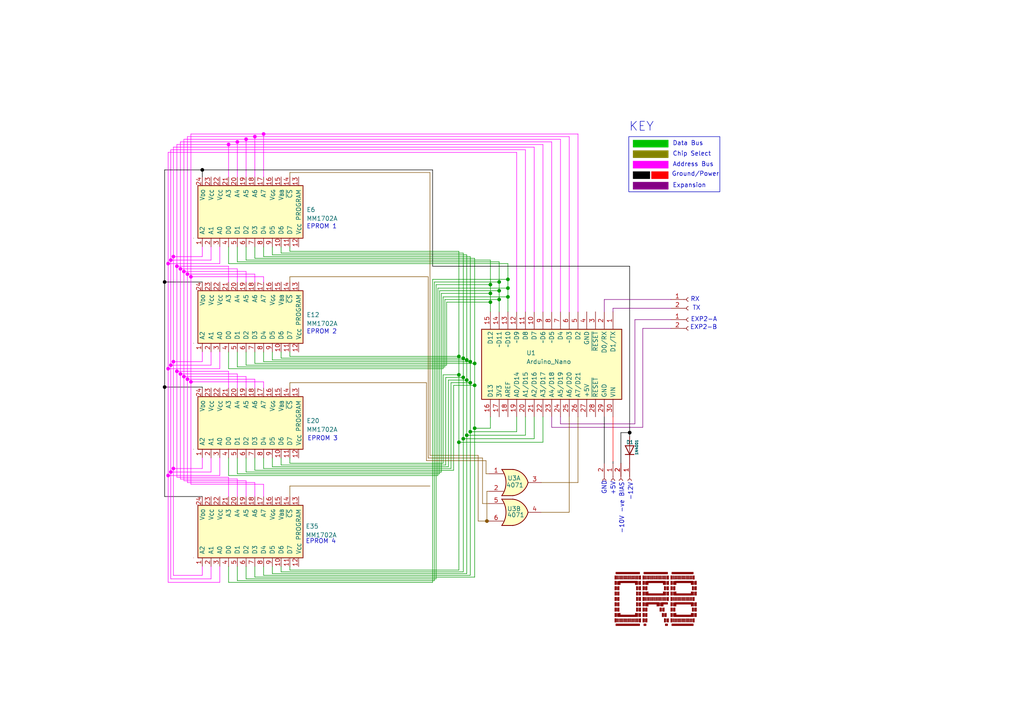
<source format=kicad_sch>
(kicad_sch (version 20230121) (generator eeschema)
  (paper "A4")
  (title_block (title "Project ORB") (date "2023-05-06") (rev "0.3"))
  (lib_symbols
    (symbol "Arduino:Arduino_Nano"
      (property "Reference" "U" (at -10.16 24.13 0))
      (property "Value" "Arduino_Nano" (at -10.16 22.86 0))
      (symbol "Arduino_Nano_1_1"
        (pin bidirectional line (at -15.24 17.78 0) (length 5.08) (name "D1/TX") (number "1"))
        (pin bidirectional line (at -15.24 -5.08 0) (length 5.08) (name "D7") (number "10"))
        (pin bidirectional line (at -15.24 -7.62 0) (length 5.08) (name "D8") (number "11"))
        (pin bidirectional line (at -15.24 -10.16 0) (length 5.08) (name "~D9") (number "12"))
        (pin bidirectional line (at -15.24 -12.7 0) (length 5.08) (name "~D10") (number "13"))
        (pin bidirectional line (at -15.24 -15.24 0) (length 5.08) (name "~D11") (number "14"))
        (pin bidirectional line (at -15.24 -17.78 0) (length 5.08) (name "D12") (number "15"))
        (pin bidirectional line (at 15.24 -17.78 180) (length 5.08) (name "D13") (number "16"))
        (pin power_out line (at 15.24 -15.24 180) (length 5.08) (name "3V3") (number "17"))
        (pin input line (at 15.24 -12.7 180) (length 5.08) (name "AREF") (number "18"))
        (pin bidirectional line (at 15.24 -10.16 180) (length 5.08) (name "A0/D14") (number "19"))
        (pin bidirectional line (at -15.24 15.24 0) (length 5.08) (name "D0/RX") (number "2"))
        (pin bidirectional line (at 15.24 -7.62 180) (length 5.08) (name "A1/D15") (number "20"))
        (pin bidirectional line (at 15.24 -5.08 180) (length 5.08) (name "A2/D16") (number "21"))
        (pin bidirectional line (at 15.24 -2.54 180) (length 5.08) (name "A3/D17") (number "22"))
        (pin bidirectional line (at 15.24 0 180) (length 5.08) (name "A4/D18") (number "23"))
        (pin bidirectional line (at 15.24 2.54 180) (length 5.08) (name "A5/D19") (number "24"))
        (pin bidirectional line (at 15.24 5.08 180) (length 5.08) (name "A6/D20") (number "25"))
        (pin bidirectional line (at 15.24 7.62 180) (length 5.08) (name "A7/D21") (number "26"))
        (pin power_out line (at 15.24 10.16 180) (length 5.08) (name "+5V") (number "27"))
        (pin input line (at 15.24 12.7 180) (length 5.08) (name "~{RESET}") (number "28"))
        (pin power_in line (at 15.24 15.24 180) (length 5.08) (name "GND") (number "29"))
        (pin input line (at -15.24 12.7 0) (length 5.08) (name "~{RESET}") (number "3"))
        (pin power_in line (at 15.24 17.78 180) (length 5.08) (name "VIN") (number "30"))
        (pin power_in line (at -15.24 10.16 0) (length 5.08) (name "GND") (number "4"))
        (pin bidirectional line (at -15.24 7.62 0) (length 5.08) (name "D2") (number "5"))
        (pin bidirectional line (at -15.24 5.08 0) (length 5.08) (name "~D3") (number "6"))
        (pin bidirectional line (at -15.24 2.54 0) (length 5.08) (name "D4") (number "7"))
        (pin bidirectional line (at -15.24 0 0) (length 5.08) (name "~D5") (number "8"))
        (pin bidirectional line (at -15.24 -2.54 0) (length 5.08) (name "~D6") (number "9"))
      )
    )
    (symbol "Connector:Conn_01x02_Socket" (pin_names (offset 1.016) hide)
      (property "Reference" "J" (at 0 2.54 0))
      (property "Value" "Conn_01x02_Socket" (at 0 -5.08 0))
      (symbol "Conn_01x02_Socket_1_1"
        (pin passive line (at -5.08 0 0) (length 3.81) (name "Pin_1") (number "1"))
        (pin passive line (at -5.08 -2.54 0) (length 3.81) (name "Pin_2") (number "2"))
      )
    )
    (symbol "Project-ORB:4071" (pin_names (offset 1.016))
      (property "Reference" "U" (at 0 1.27 0))
      (property "Value" "4071" (at 0 -1.27 0))
      (symbol "4071_1_1"
        (pin input line (at -7.62 2.54 0) (length 4.318) (name "~") (number "1"))
        (pin input line (at -7.62 -2.54 0) (length 4.318) (name "~") (number "2"))
        (pin output line (at 7.62 0 180) (length 3.81) (name "~") (number "3"))
      )
      (symbol "4071_1_2"
        (pin input inverted (at -7.62 2.54 0) (length 3.81) (name "~") (number "1"))
        (pin input inverted (at -7.62 -2.54 0) (length 3.81) (name "~") (number "2"))
        (pin output inverted (at 7.62 0 180) (length 3.81) (name "~") (number "3"))
      )
      (symbol "4071_2_1"
        (pin output line (at 7.62 0 180) (length 3.81) (name "~") (number "4"))
        (pin input line (at -7.62 2.54 0) (length 4.318) (name "~") (number "5"))
        (pin input line (at -7.62 -2.54 0) (length 4.318) (name "~") (number "6"))
      )
      (symbol "4071_2_2"
        (pin output inverted (at 7.62 0 180) (length 3.81) (name "~") (number "4"))
        (pin input inverted (at -7.62 2.54 0) (length 3.81) (name "~") (number "5"))
        (pin input inverted (at -7.62 -2.54 0) (length 3.81) (name "~") (number "6"))
      )
      (symbol "4071_3_1"
        (pin output line (at 7.62 0 180) (length 3.81) (name "~") (number "10"))
        (pin input line (at -7.62 2.54 0) (length 4.318) (name "~") (number "8"))
        (pin input line (at -7.62 -2.54 0) (length 4.318) (name "~") (number "9"))
      )
      (symbol "4071_3_2"
        (pin output inverted (at 7.62 0 180) (length 3.81) (name "~") (number "10"))
        (pin input inverted (at -7.62 2.54 0) (length 3.81) (name "~") (number "8"))
        (pin input inverted (at -7.62 -2.54 0) (length 3.81) (name "~") (number "9"))
      )
      (symbol "4071_4_1"
        (pin output line (at 7.62 0 180) (length 3.81) (name "~") (number "11"))
        (pin input line (at -7.62 2.54 0) (length 4.318) (name "~") (number "12"))
        (pin input line (at -7.62 -2.54 0) (length 4.318) (name "~") (number "13"))
      )
      (symbol "4071_4_2"
        (pin output inverted (at 7.62 0 180) (length 3.81) (name "~") (number "11"))
        (pin input inverted (at -7.62 2.54 0) (length 3.81) (name "~") (number "12"))
        (pin input inverted (at -7.62 -2.54 0) (length 3.81) (name "~") (number "13"))
      )
      (symbol "4071_5_0"
        (pin power_in line (at 0 12.7 270) (length 5.08) (name "VDD") (number "14"))
        (pin power_in line (at 0 -12.7 90) (length 5.08) (name "VSS") (number "7"))
      )
    )
    (symbol "Project-ORB:LOGO" (pin_names (offset 1.016)))
    (symbol "Sphere:1N4001" (pin_numbers hide) (pin_names hide)
      (property "Reference" "D" (at 0 2.54 0))
      (property "Value" "1N4001" (at 0 -2.54 0))
      (symbol "1N4001_1_1"
        (pin passive line (at -3.81 0 0) (length 2.54) (name "K") (number "1"))
        (pin passive line (at 3.81 0 180) (length 2.54) (name "A") (number "2"))
      )
    )
    (symbol "Sphere:MM1702A" (pin_names (offset 1.016))
      (property "Reference" "E" (at -8.8392 15.24 0))
      (property "Value" "MM1702A" (at -2.54 -1.27 90))
      (symbol "MM1702A_1_0"
        (pin input line (at 7.62 -15.24 180) (length 2.54) (name "PROGRAM") (number "13"))
        (pin bidirectional line (at 7.62 -10.16 180) (length 2.54) (name "V_{BB}") (number "15"))
        (pin bidirectional line (at 7.62 -7.62 180) (length 2.54) (name "V_{GG}") (number "16"))
      )
      (symbol "MM1702A_1_1"
        (pin input line (at -12.7 12.7 0) (length 2.54) (name "A2") (number "1"))
        (pin output line (at -12.7 -10.16 0) (length 2.54) (name "D6") (number "10"))
        (pin output line (at -12.7 -12.7 0) (length 2.54) (name "D7") (number "11"))
        (pin bidirectional line (at -12.7 -15.24 0) (length 2.54) (name "V_{CC}") (number "12"))
        (pin input line (at 7.62 -12.7 180) (length 2.54) (name "~{CS}") (number "14"))
        (pin input line (at 7.62 -5.08 180) (length 2.54) (name "A7") (number "17"))
        (pin input line (at 7.62 -2.54 180) (length 2.54) (name "A6") (number "18"))
        (pin input line (at 7.62 0 180) (length 2.54) (name "A5") (number "19"))
        (pin input line (at -12.7 10.16 0) (length 2.54) (name "A1") (number "2"))
        (pin input line (at 7.62 2.54 180) (length 2.54) (name "A4") (number "20"))
        (pin input line (at 7.62 5.08 180) (length 2.54) (name "A3") (number "21"))
        (pin bidirectional line (at 7.62 7.62 180) (length 2.54) (name "V_{CC}") (number "22"))
        (pin bidirectional line (at 7.62 10.16 180) (length 2.54) (name "V_{CC}") (number "23"))
        (pin bidirectional line (at 7.62 12.7 180) (length 2.54) (name "V_{DO}") (number "24"))
        (pin input line (at -12.7 7.62 0) (length 2.54) (name "A0") (number "3"))
        (pin output line (at -12.7 5.08 0) (length 2.54) (name "D0") (number "4"))
        (pin output line (at -12.7 2.54 0) (length 2.54) (name "D1") (number "5"))
        (pin output line (at -12.7 0 0) (length 2.54) (name "D2") (number "6"))
        (pin output line (at -12.7 -2.54 0) (length 2.54) (name "D3") (number "7"))
        (pin output line (at -12.7 -5.08 0) (length 2.54) (name "D4") (number "8"))
        (pin output line (at -12.7 -7.62 0) (length 2.54) (name "D5") (number "9"))
      )
    )
  )
  (junction (at 53.34 109.22) (color 255 0 255 1))
  (junction (at 50.292 104.902) (color 255 0 255 1))
  (junction (at 49.53 75.438) (color 255 0 255 1))
  (junction (at 142.24 82.55))
  (junction (at 55.372 80.264) (color 255 0 255 1))
  (junction (at 66.294 41.91) (color 255 0 255 1))
  (junction (at 49.53 105.918) (color 255 0 255 1))
  (junction (at 144.78 81.788))
  (junction (at 142.24 87.63))
  (junction (at 136.398 104.902))
  (junction (at 58.674 49.276) (color 0 0 0 1))
  (junction (at 182.626 125.476) (color 0 0 0 1))
  (junction (at 47.752 112.268) (color 0 0 0 1))
  (junction (at 55.372 110.744) (color 255 0 255 1))
  (junction (at 54.356 79.502) (color 255 0 255 1))
  (junction (at 68.834 41.148) (color 255 0 255 1))
  (junction (at 136.398 110.998))
  (junction (at 76.454 38.862) (color 255 0 255 1))
  (junction (at 133.096 103.378))
  (junction (at 135.382 110.236))
  (junction (at 147.32 81.026))
  (junction (at 141.224 151.13) (color 128 77 0 1))
  (junction (at 135.382 104.394))
  (junction (at 51.308 107.696) (color 255 0 255 1))
  (junction (at 134.366 127.254))
  (junction (at 50.292 135.89) (color 255 0 255 1))
  (junction (at 52.324 77.978) (color 255 0 255 1))
  (junction (at 48.768 106.934) (color 255 0 255 1))
  (junction (at 135.382 126.238))
  (junction (at 47.752 81.788) (color 0 0 0 1))
  (junction (at 144.78 84.328))
  (junction (at 137.668 105.41))
  (junction (at 137.668 124.206))
  (junction (at 133.096 108.712))
  (junction (at 48.768 137.922) (color 255 0 255 1))
  (junction (at 73.914 39.624) (color 255 0 255 1))
  (junction (at 134.366 103.886))
  (junction (at 48.768 76.454) (color 255 0 255 1))
  (junction (at 133.096 128.27))
  (junction (at 54.356 109.982) (color 255 0 255 1))
  (junction (at 51.308 77.216) (color 255 0 255 1))
  (junction (at 142.24 85.09))
  (junction (at 50.292 74.422) (color 255 0 255 1))
  (junction (at 147.32 86.106))
  (junction (at 71.374 40.386) (color 255 0 255 1))
  (junction (at 144.78 86.868))
  (junction (at 134.366 109.474))
  (junction (at 136.398 125.222))
  (junction (at 147.32 83.566))
  (junction (at 137.668 111.76))
  (junction (at 53.34 78.74) (color 255 0 255 1))
  (junction (at 49.53 136.906) (color 255 0 255 1))
  (junction (at 52.324 108.458) (color 255 0 255 1))
  (wire (pts (xy 128.524 134.366) (xy 128.524 108.712)))
  (wire (pts (xy 71.374 75.438) (xy 142.24 75.438)))
  (wire (pts (xy 84.074 140.97) (xy 84.074 144.018)) (stroke (width 0) (color 128 77 0 1)))
  (wire (pts (xy 71.374 40.386) (xy 71.374 51.308)) (stroke (width 0) (color 255 0 255 1)))
  (wire (pts (xy 124.714 132.08) (xy 124.714 50.038)) (stroke (width 0) (color 128 77 0 1)))
  (wire (pts (xy 78.994 164.338) (xy 78.994 166.37)))
  (wire (pts (xy 61.214 102.108) (xy 61.214 105.918)) (stroke (width 0) (color 255 0 255 1)))
  (wire (pts (xy 50.292 104.902) (xy 58.674 104.902)) (stroke (width 0) (color 255 0 255 1)))
  (wire (pts (xy 66.294 132.842) (xy 66.294 137.922)))
  (wire (pts (xy 51.308 41.91) (xy 66.294 41.91)) (stroke (width 0) (color 255 0 255 1)))
  (wire (pts (xy 63.754 71.628) (xy 63.754 76.454)) (stroke (width 0) (color 255 0 255 1)))
  (wire (pts (xy 73.914 81.788) (xy 73.914 79.502)) (stroke (width 0) (color 255 0 255 1)))
  (wire (pts (xy 136.398 166.878) (xy 136.398 125.222)))
  (wire (pts (xy 48.768 168.91) (xy 48.768 137.922)) (stroke (width 0) (color 255 0 255 1)))
  (wire (pts (xy 154.94 127.254) (xy 154.94 120.904)))
  (wire (pts (xy 160.02 120.904) (xy 160.02 123.952)) (stroke (width 0) (color 132 0 132 1)))
  (wire (pts (xy 125.476 81.026) (xy 147.32 81.026)))
  (wire (pts (xy 130.81 110.998) (xy 136.398 110.998)))
  (wire (pts (xy 76.454 140.462) (xy 76.454 144.018)) (stroke (width 0) (color 255 0 255 1)))
  (wire (pts (xy 125.984 168.402) (xy 125.984 81.788)))
  (wire (pts (xy 71.374 139.446) (xy 71.374 144.018)) (stroke (width 0) (color 255 0 255 1)))
  (wire (pts (xy 53.34 40.386) (xy 53.34 78.74)) (stroke (width 0) (color 255 0 255 1)))
  (wire (pts (xy 49.53 167.894) (xy 61.214 167.894)) (stroke (width 0) (color 255 0 255 1)))
  (wire (pts (xy 78.994 71.628) (xy 78.994 73.914)))
  (wire (pts (xy 152.4 43.434) (xy 152.4 90.424)) (stroke (width 0) (color 255 0 255 1)))
  (wire (pts (xy 58.674 166.878) (xy 50.292 166.878)) (stroke (width 0) (color 255 0 255 1)))
  (wire (pts (xy 76.454 38.862) (xy 55.372 38.862)) (stroke (width 0) (color 255 0 255 1)))
  (wire (pts (xy 73.914 136.398) (xy 131.572 136.398)))
  (wire (pts (xy 186.436 123.952) (xy 186.436 95.25)) (stroke (width 0) (color 132 0 132 1)))
  (wire (pts (xy 73.914 105.41) (xy 137.668 105.41)))
  (wire (pts (xy 154.94 42.672) (xy 154.94 90.424)) (stroke (width 0) (color 255 0 255 1)))
  (wire (pts (xy 129.286 109.474) (xy 134.366 109.474)))
  (wire (pts (xy 129.032 106.426) (xy 129.032 86.868)))
  (wire (pts (xy 184.15 92.71) (xy 194.564 92.71)) (stroke (width 0) (color 132 0 132 1)))
  (wire (pts (xy 84.074 50.038) (xy 84.074 51.308)) (stroke (width 0) (color 128 77 0 1)))
  (wire (pts (xy 66.294 107.696) (xy 51.308 107.696)) (stroke (width 0) (color 255 0 255 1)))
  (wire (pts (xy 66.294 138.43) (xy 66.294 144.018)) (stroke (width 0) (color 255 0 255 1)))
  (wire (pts (xy 133.096 128.27) (xy 133.096 165.354)))
  (wire (pts (xy 142.24 82.55) (xy 142.24 85.09)))
  (wire (pts (xy 144.78 86.868) (xy 144.78 90.424)))
  (wire (pts (xy 165.1 39.624) (xy 165.1 90.424)) (stroke (width 0) (color 255 0 255 1)))
  (wire (pts (xy 52.324 77.978) (xy 52.324 108.458)) (stroke (width 0) (color 255 0 255 1)))
  (wire (pts (xy 133.096 108.712) (xy 133.096 128.27)))
  (wire (pts (xy 78.994 104.394) (xy 135.382 104.394)))
  (wire (pts (xy 66.294 112.522) (xy 66.294 107.696)) (stroke (width 0) (color 255 0 255 1)))
  (wire (pts (xy 125.984 81.788) (xy 144.78 81.788)))
  (wire (pts (xy 124.714 132.08) (xy 138.684 132.08)) (stroke (width 0) (color 128 77 0 1)))
  (wire (pts (xy 76.454 104.902) (xy 136.398 104.902)))
  (wire (pts (xy 55.372 110.744) (xy 76.454 110.744)) (stroke (width 0) (color 255 0 255 1)))
  (wire (pts (xy 128.524 108.712) (xy 133.096 108.712)))
  (wire (pts (xy 66.294 168.91) (xy 125.476 168.91)))
  (wire (pts (xy 147.32 83.566) (xy 147.32 86.106)))
  (wire (pts (xy 66.294 138.43) (xy 51.308 138.43)) (stroke (width 0) (color 255 0 255 1)))
  (wire (pts (xy 157.48 120.904) (xy 157.48 128.27)))
  (wire (pts (xy 184.15 122.936) (xy 184.15 92.71)) (stroke (width 0) (color 132 0 132 1)))
  (wire (pts (xy 55.372 80.264) (xy 76.454 80.264)) (stroke (width 0) (color 255 0 255 1)))
  (wire (pts (xy 128.016 136.906) (xy 128.016 85.09)))
  (wire (pts (xy 139.954 132.842) (xy 124.206 132.842)) (stroke (width 0) (color 128 77 0 1)))
  (wire (pts (xy 141.224 142.494) (xy 141.224 151.13)) (stroke (width 0) (color 128 77 0 1)))
  (wire (pts (xy 125.476 77.216) (xy 182.626 77.216)) (stroke (width 0) (color 0 0 0 1)))
  (wire (pts (xy 182.626 125.476) (xy 182.626 126.746)) (stroke (width 0) (color 0 0 0 1)))
  (wire (pts (xy 58.674 112.268) (xy 58.674 112.522)) (stroke (width 0) (color 0 0 0 1)))
  (wire (pts (xy 175.26 86.868) (xy 194.564 86.868)) (stroke (width 0) (color 132 0 132 1)))
  (wire (pts (xy 81.534 71.628) (xy 81.534 73.406)))
  (wire (pts (xy 52.324 41.148) (xy 52.324 77.978)) (stroke (width 0) (color 255 0 255 1)))
  (wire (pts (xy 47.752 49.276) (xy 47.752 81.788)) (stroke (width 0) (color 0 0 0 1)))
  (wire (pts (xy 175.26 90.424) (xy 175.26 86.868)) (stroke (width 0) (color 132 0 132 1)))
  (wire (pts (xy 123.698 133.604) (xy 140.97 133.604)) (stroke (width 0) (color 128 77 0 1)))
  (wire (pts (xy 50.292 74.422) (xy 50.292 104.902)) (stroke (width 0) (color 255 0 255 1)))
  (wire (pts (xy 49.53 75.438) (xy 61.214 75.438)) (stroke (width 0) (color 255 0 255 1)))
  (wire (pts (xy 135.382 126.238) (xy 152.4 126.238)))
  (wire (pts (xy 68.834 108.458) (xy 52.324 108.458)) (stroke (width 0) (color 255 0 255 1)))
  (wire (pts (xy 160.02 41.148) (xy 160.02 90.424)) (stroke (width 0) (color 255 0 255 1)))
  (wire (pts (xy 68.834 164.338) (xy 68.834 168.402)))
  (wire (pts (xy 124.206 132.842) (xy 124.206 80.264)) (stroke (width 0) (color 128 77 0 1)))
  (wire (pts (xy 137.668 124.206) (xy 137.668 167.386)))
  (wire (pts (xy 129.286 134.874) (xy 129.286 109.474)))
  (wire (pts (xy 68.834 138.938) (xy 52.324 138.938)) (stroke (width 0) (color 255 0 255 1)))
  (wire (pts (xy 48.768 76.454) (xy 48.768 106.934)) (stroke (width 0) (color 255 0 255 1)))
  (wire (pts (xy 48.768 44.196) (xy 48.768 76.454)) (stroke (width 0) (color 255 0 255 1)))
  (wire (pts (xy 68.834 71.628) (xy 68.834 75.946)))
  (wire (pts (xy 84.074 110.998) (xy 84.074 112.522)) (stroke (width 0) (color 128 77 0 1)))
  (wire (pts (xy 84.074 132.842) (xy 84.074 134.366)))
  (wire (pts (xy 49.53 43.434) (xy 49.53 75.438)) (stroke (width 0) (color 255 0 255 1)))
  (wire (pts (xy 134.366 127.254) (xy 134.366 165.862)))
  (wire (pts (xy 71.374 40.386) (xy 162.56 40.386)) (stroke (width 0) (color 255 0 255 1)))
  (wire (pts (xy 54.356 39.624) (xy 73.914 39.624)) (stroke (width 0) (color 255 0 255 1)))
  (wire (pts (xy 147.32 86.106) (xy 147.32 90.424)))
  (wire (pts (xy 131.572 136.398) (xy 131.572 111.76)))
  (wire (pts (xy 73.914 132.842) (xy 73.914 136.398)))
  (wire (pts (xy 71.374 136.906) (xy 128.016 136.906)))
  (wire (pts (xy 139.954 132.842) (xy 139.954 146.05)) (stroke (width 0) (color 128 77 0 1)))
  (wire (pts (xy 162.56 122.936) (xy 184.15 122.936)) (stroke (width 0) (color 132 0 132 1)))
  (wire (pts (xy 141.224 142.494) (xy 141.732 142.494)) (stroke (width 0) (color 128 77 0 1)))
  (wire (pts (xy 71.374 71.628) (xy 71.374 75.438)))
  (wire (pts (xy 73.914 139.954) (xy 54.356 139.954)) (stroke (width 0) (color 255 0 255 1)))
  (wire (pts (xy 63.754 76.454) (xy 48.768 76.454)) (stroke (width 0) (color 255 0 255 1)))
  (wire (pts (xy 126.492 167.894) (xy 126.492 82.55)))
  (wire (pts (xy 84.074 165.354) (xy 133.096 165.354)))
  (wire (pts (xy 66.294 41.91) (xy 157.48 41.91)) (stroke (width 0) (color 255 0 255 1)))
  (wire (pts (xy 133.096 103.378) (xy 133.096 108.712)))
  (wire (pts (xy 84.074 102.108) (xy 84.074 103.378)))
  (wire (pts (xy 137.668 74.93) (xy 137.668 105.41)))
  (wire (pts (xy 53.34 78.74) (xy 71.374 78.74)) (stroke (width 0) (color 255 0 255 1)))
  (wire (pts (xy 149.86 125.222) (xy 149.86 120.904)))
  (wire (pts (xy 68.834 106.426) (xy 129.032 106.426)))
  (wire (pts (xy 55.372 80.264) (xy 55.372 110.744)) (stroke (width 0) (color 255 0 255 1)))
  (wire (pts (xy 177.8 89.408) (xy 194.564 89.408)) (stroke (width 0) (color 132 0 132 1)))
  (wire (pts (xy 68.834 132.842) (xy 68.834 137.414)))
  (wire (pts (xy 136.398 74.422) (xy 136.398 104.902)))
  (wire (pts (xy 73.914 71.628) (xy 73.914 74.93)))
  (wire (pts (xy 133.096 72.898) (xy 133.096 103.378)))
  (wire (pts (xy 73.914 167.386) (xy 137.668 167.386)))
  (wire (pts (xy 130.81 135.89) (xy 130.81 110.998)))
  (wire (pts (xy 61.214 105.918) (xy 49.53 105.918)) (stroke (width 0) (color 255 0 255 1)))
  (wire (pts (xy 76.454 102.108) (xy 76.454 104.902)))
  (wire (pts (xy 68.834 81.788) (xy 68.834 77.978)) (stroke (width 0) (color 255 0 255 1)))
  (wire (pts (xy 58.674 112.268) (xy 47.752 112.268)) (stroke (width 0) (color 0 0 0 1)))
  (wire (pts (xy 84.074 72.898) (xy 133.096 72.898)))
  (wire (pts (xy 135.382 73.914) (xy 135.382 104.394)))
  (wire (pts (xy 182.626 77.216) (xy 182.626 125.476)) (stroke (width 0) (color 0 0 0 1)))
  (wire (pts (xy 78.994 73.914) (xy 135.382 73.914)))
  (wire (pts (xy 68.834 102.108) (xy 68.834 106.426)))
  (wire (pts (xy 177.8 120.904) (xy 177.8 133.858)) (stroke (width 0) (color 255 0 0 1)))
  (wire (pts (xy 127 83.566) (xy 147.32 83.566)))
  (wire (pts (xy 63.754 164.338) (xy 63.754 168.91)) (stroke (width 0) (color 255 0 255 1)))
  (wire (pts (xy 71.374 105.918) (xy 129.54 105.918)))
  (wire (pts (xy 140.97 137.414) (xy 141.732 137.414)) (stroke (width 0) (color 128 77 0 1)))
  (wire (pts (xy 53.34 109.22) (xy 53.34 139.446)) (stroke (width 0) (color 255 0 255 1)))
  (wire (pts (xy 50.292 104.902) (xy 50.292 135.89)) (stroke (width 0) (color 255 0 255 1)))
  (wire (pts (xy 180.086 125.476) (xy 180.086 134.366)) (stroke (width 0) (color 0 0 0 1)))
  (wire (pts (xy 84.074 103.378) (xy 133.096 103.378)))
  (wire (pts (xy 144.78 75.946) (xy 144.78 81.788)))
  (wire (pts (xy 76.454 38.862) (xy 76.454 51.308)) (stroke (width 0) (color 255 0 255 1)))
  (wire (pts (xy 142.24 120.904) (xy 142.24 124.206)))
  (wire (pts (xy 76.454 80.264) (xy 76.454 81.788)) (stroke (width 0) (color 255 0 255 1)))
  (wire (pts (xy 61.214 164.338) (xy 61.214 167.894)) (stroke (width 0) (color 255 0 255 1)))
  (wire (pts (xy 58.674 102.108) (xy 58.674 104.902)) (stroke (width 0) (color 255 0 255 1)))
  (wire (pts (xy 167.64 120.904) (xy 167.64 139.954)) (stroke (width 0) (color 128 77 0 1)))
  (wire (pts (xy 81.534 134.874) (xy 129.286 134.874)))
  (wire (pts (xy 71.374 102.108) (xy 71.374 105.918)))
  (wire (pts (xy 47.752 112.268) (xy 47.752 144.018)) (stroke (width 0) (color 0 0 0 1)))
  (wire (pts (xy 125.476 168.91) (xy 125.476 81.026)))
  (wire (pts (xy 129.54 87.63) (xy 142.24 87.63)))
  (wire (pts (xy 167.64 38.862) (xy 167.64 90.424)) (stroke (width 0) (color 255 0 255 1)))
  (wire (pts (xy 144.78 84.328) (xy 144.78 86.868)))
  (wire (pts (xy 123.698 110.998) (xy 84.074 110.998)) (stroke (width 0) (color 128 77 0 1)))
  (wire (pts (xy 52.324 108.458) (xy 52.324 138.938)) (stroke (width 0) (color 255 0 255 1)))
  (wire (pts (xy 49.53 136.906) (xy 49.53 167.894)) (stroke (width 0) (color 255 0 255 1)))
  (wire (pts (xy 134.366 73.406) (xy 134.366 103.886)))
  (wire (pts (xy 78.994 166.37) (xy 135.382 166.37)))
  (wire (pts (xy 137.668 111.76) (xy 137.668 124.206)))
  (wire (pts (xy 66.294 137.922) (xy 127 137.922)))
  (wire (pts (xy 73.914 74.93) (xy 137.668 74.93)))
  (wire (pts (xy 50.292 166.878) (xy 50.292 135.89)) (stroke (width 0) (color 255 0 255 1)))
  (wire (pts (xy 53.34 40.386) (xy 71.374 40.386)) (stroke (width 0) (color 255 0 255 1)))
  (wire (pts (xy 68.834 41.148) (xy 160.02 41.148)) (stroke (width 0) (color 255 0 255 1)))
  (wire (pts (xy 133.096 128.27) (xy 157.48 128.27)))
  (wire (pts (xy 66.294 164.338) (xy 66.294 168.91)))
  (wire (pts (xy 73.914 109.982) (xy 54.356 109.982)) (stroke (width 0) (color 255 0 255 1)))
  (wire (pts (xy 68.834 168.402) (xy 125.984 168.402)))
  (wire (pts (xy 126.492 82.55) (xy 142.24 82.55)))
  (wire (pts (xy 76.454 110.744) (xy 76.454 112.522)) (stroke (width 0) (color 255 0 255 1)))
  (wire (pts (xy 66.294 51.308) (xy 66.294 41.91)) (stroke (width 0) (color 255 0 255 1)))
  (wire (pts (xy 51.308 107.696) (xy 51.308 138.43)) (stroke (width 0) (color 255 0 255 1)))
  (wire (pts (xy 73.914 39.624) (xy 165.1 39.624)) (stroke (width 0) (color 255 0 255 1)))
  (wire (pts (xy 58.674 132.842) (xy 58.674 135.89)) (stroke (width 0) (color 255 0 255 1)))
  (wire (pts (xy 68.834 138.938) (xy 68.834 144.018)) (stroke (width 0) (color 255 0 255 1)))
  (wire (pts (xy 136.398 110.998) (xy 136.398 125.222)))
  (wire (pts (xy 71.374 109.22) (xy 71.374 112.522)) (stroke (width 0) (color 255 0 255 1)))
  (wire (pts (xy 78.994 132.842) (xy 78.994 135.382)))
  (wire (pts (xy 129.54 105.918) (xy 129.54 87.63)))
  (wire (pts (xy 134.366 103.886) (xy 134.366 109.474)))
  (wire (pts (xy 147.32 76.454) (xy 147.32 81.026)))
  (wire (pts (xy 78.994 135.382) (xy 130.048 135.382)))
  (wire (pts (xy 137.668 105.41) (xy 137.668 111.76)))
  (wire (pts (xy 51.308 77.216) (xy 51.308 107.696)) (stroke (width 0) (color 255 0 255 1)))
  (wire (pts (xy 71.374 167.894) (xy 126.492 167.894)))
  (wire (pts (xy 142.24 87.63) (xy 142.24 90.424)))
  (wire (pts (xy 76.454 71.628) (xy 76.454 74.422)))
  (wire (pts (xy 68.834 137.414) (xy 127.508 137.414)))
  (wire (pts (xy 66.294 102.108) (xy 66.294 106.934)))
  (wire (pts (xy 81.534 165.862) (xy 134.366 165.862)))
  (wire (pts (xy 142.24 75.438) (xy 142.24 82.55)))
  (wire (pts (xy 142.24 85.09) (xy 142.24 87.63)))
  (wire (pts (xy 165.1 120.904) (xy 165.1 148.59)) (stroke (width 0) (color 128 77 0 1)))
  (wire (pts (xy 125.476 49.276) (xy 125.476 77.216)) (stroke (width 0) (color 0 0 0 1)))
  (wire (pts (xy 137.668 124.206) (xy 142.24 124.206)))
  (wire (pts (xy 68.834 41.148) (xy 68.834 51.308)) (stroke (width 0) (color 255 0 255 1)))
  (wire (pts (xy 76.454 132.842) (xy 76.454 135.89)))
  (wire (pts (xy 71.374 164.338) (xy 71.374 167.894)))
  (wire (pts (xy 54.356 79.502) (xy 54.356 109.982)) (stroke (width 0) (color 255 0 255 1)))
  (wire (pts (xy 50.292 42.672) (xy 154.94 42.672)) (stroke (width 0) (color 255 0 255 1)))
  (wire (pts (xy 68.834 75.946) (xy 144.78 75.946)))
  (wire (pts (xy 49.53 105.918) (xy 49.53 136.906)) (stroke (width 0) (color 255 0 255 1)))
  (wire (pts (xy 157.48 41.91) (xy 157.48 90.424)) (stroke (width 0) (color 255 0 255 1)))
  (wire (pts (xy 156.972 148.59) (xy 165.1 148.59)) (stroke (width 0) (color 128 77 0 1)))
  (wire (pts (xy 58.674 49.276) (xy 58.674 51.308)) (stroke (width 0) (color 0 0 0 1)))
  (wire (pts (xy 61.214 71.628) (xy 61.214 75.438)) (stroke (width 0) (color 255 0 255 1)))
  (wire (pts (xy 66.294 106.934) (xy 128.524 106.934)))
  (wire (pts (xy 81.534 132.842) (xy 81.534 134.874)))
  (wire (pts (xy 63.754 102.108) (xy 63.754 106.934)) (stroke (width 0) (color 255 0 255 1)))
  (wire (pts (xy 167.64 139.954) (xy 156.972 139.954)) (stroke (width 0) (color 128 77 0 1)))
  (wire (pts (xy 130.048 135.382) (xy 130.048 110.236)))
  (wire (pts (xy 63.754 168.91) (xy 48.768 168.91)) (stroke (width 0) (color 255 0 255 1)))
  (wire (pts (xy 84.074 140.97) (xy 124.714 140.97)) (stroke (width 0) (color 128 77 0 1)))
  (wire (pts (xy 49.53 136.906) (xy 61.214 136.906)) (stroke (width 0) (color 255 0 255 1)))
  (wire (pts (xy 81.534 102.108) (xy 81.534 103.886)))
  (wire (pts (xy 53.34 109.22) (xy 71.374 109.22)) (stroke (width 0) (color 255 0 255 1)))
  (wire (pts (xy 76.454 74.422) (xy 136.398 74.422)))
  (wire (pts (xy 149.86 44.196) (xy 149.86 90.424)) (stroke (width 0) (color 255 0 255 1)))
  (wire (pts (xy 128.524 86.106) (xy 147.32 86.106)))
  (wire (pts (xy 54.356 109.982) (xy 54.356 139.954)) (stroke (width 0) (color 255 0 255 1)))
  (wire (pts (xy 129.032 86.868) (xy 144.78 86.868)))
  (wire (pts (xy 61.214 132.842) (xy 61.214 136.906)) (stroke (width 0) (color 255 0 255 1)))
  (wire (pts (xy 58.674 81.788) (xy 47.752 81.788)) (stroke (width 0) (color 0 0 0 1)))
  (wire (pts (xy 123.698 133.604) (xy 123.698 110.998)) (stroke (width 0) (color 128 77 0 1)))
  (wire (pts (xy 136.398 104.902) (xy 136.398 110.998)))
  (wire (pts (xy 47.752 49.276) (xy 58.674 49.276)) (stroke (width 0) (color 0 0 0 1)))
  (wire (pts (xy 147.32 81.026) (xy 147.32 83.566)))
  (wire (pts (xy 84.074 80.264) (xy 84.074 81.788)) (stroke (width 0) (color 128 77 0 1)))
  (wire (pts (xy 152.4 126.238) (xy 152.4 120.904)))
  (wire (pts (xy 128.016 85.09) (xy 142.24 85.09)))
  (wire (pts (xy 73.914 79.502) (xy 54.356 79.502)) (stroke (width 0) (color 255 0 255 1)))
  (wire (pts (xy 53.34 139.446) (xy 71.374 139.446)) (stroke (width 0) (color 255 0 255 1)))
  (wire (pts (xy 140.97 133.604) (xy 140.97 137.414)) (stroke (width 0) (color 128 77 0 1)))
  (wire (pts (xy 48.768 44.196) (xy 149.86 44.196)) (stroke (width 0) (color 255 0 255 1)))
  (wire (pts (xy 124.714 50.038) (xy 84.074 50.038)) (stroke (width 0) (color 128 77 0 1)))
  (wire (pts (xy 84.074 71.628) (xy 84.074 72.898)))
  (wire (pts (xy 50.292 135.89) (xy 58.674 135.89)) (stroke (width 0) (color 255 0 255 1)))
  (wire (pts (xy 48.768 106.934) (xy 48.768 137.922)) (stroke (width 0) (color 255 0 255 1)))
  (wire (pts (xy 66.294 81.788) (xy 66.294 77.216)) (stroke (width 0) (color 255 0 255 1)))
  (wire (pts (xy 73.914 109.982) (xy 73.914 112.522)) (stroke (width 0) (color 255 0 255 1)))
  (wire (pts (xy 138.684 151.13) (xy 141.224 151.13)) (stroke (width 0) (color 128 77 0 1)))
  (wire (pts (xy 131.572 111.76) (xy 137.668 111.76)))
  (wire (pts (xy 162.56 40.386) (xy 162.56 90.424)) (stroke (width 0) (color 255 0 255 1)))
  (wire (pts (xy 50.292 42.672) (xy 50.292 74.422)) (stroke (width 0) (color 255 0 255 1)))
  (wire (pts (xy 58.674 49.276) (xy 125.476 49.276)) (stroke (width 0) (color 0 0 0 1)))
  (wire (pts (xy 63.754 132.842) (xy 63.754 137.922)) (stroke (width 0) (color 255 0 255 1)))
  (wire (pts (xy 175.26 120.904) (xy 175.26 134.366)) (stroke (width 0) (color 0 0 0 1)))
  (wire (pts (xy 136.398 125.222) (xy 149.86 125.222)))
  (wire (pts (xy 138.684 132.08) (xy 138.684 151.13)) (stroke (width 0) (color 128 77 0 1)))
  (wire (pts (xy 128.524 106.934) (xy 128.524 86.106)))
  (wire (pts (xy 47.752 81.788) (xy 47.752 112.268)) (stroke (width 0) (color 0 0 0 1)))
  (wire (pts (xy 66.294 77.216) (xy 51.308 77.216)) (stroke (width 0) (color 255 0 255 1)))
  (wire (pts (xy 81.534 103.886) (xy 134.366 103.886)))
  (wire (pts (xy 134.366 109.474) (xy 134.366 127.254)))
  (wire (pts (xy 55.372 38.862) (xy 55.372 80.264)) (stroke (width 0) (color 255 0 255 1)))
  (wire (pts (xy 54.356 39.624) (xy 54.356 79.502)) (stroke (width 0) (color 255 0 255 1)))
  (wire (pts (xy 177.8 133.858) (xy 177.8 134.366)) (stroke (width 0) (color 0 0 0 1)))
  (wire (pts (xy 76.454 164.338) (xy 76.454 166.878)))
  (wire (pts (xy 55.372 140.462) (xy 76.454 140.462)) (stroke (width 0) (color 255 0 255 1)))
  (wire (pts (xy 71.374 132.842) (xy 71.374 136.906)))
  (wire (pts (xy 139.954 146.05) (xy 141.732 146.05)) (stroke (width 0) (color 128 77 0 1)))
  (wire (pts (xy 58.674 74.422) (xy 50.292 74.422)) (stroke (width 0) (color 255 0 255 1)))
  (wire (pts (xy 73.914 164.338) (xy 73.914 167.386)))
  (wire (pts (xy 135.382 110.236) (xy 135.382 126.238)))
  (wire (pts (xy 76.454 38.862) (xy 167.64 38.862)) (stroke (width 0) (color 255 0 255 1)))
  (wire (pts (xy 130.048 110.236) (xy 135.382 110.236)))
  (wire (pts (xy 66.294 71.628) (xy 66.294 76.454)))
  (wire (pts (xy 152.4 43.434) (xy 49.53 43.434)) (stroke (width 0) (color 255 0 255 1)))
  (wire (pts (xy 58.674 164.338) (xy 58.674 166.878)) (stroke (width 0) (color 255 0 255 1)))
  (wire (pts (xy 124.206 80.264) (xy 84.074 80.264)) (stroke (width 0) (color 128 77 0 1)))
  (wire (pts (xy 63.754 137.922) (xy 48.768 137.922)) (stroke (width 0) (color 255 0 255 1)))
  (wire (pts (xy 63.754 106.934) (xy 48.768 106.934)) (stroke (width 0) (color 255 0 255 1)))
  (wire (pts (xy 134.366 127.254) (xy 154.94 127.254)))
  (wire (pts (xy 53.34 78.74) (xy 53.34 109.22)) (stroke (width 0) (color 255 0 255 1)))
  (wire (pts (xy 127.508 84.328) (xy 144.78 84.328)))
  (wire (pts (xy 68.834 77.978) (xy 52.324 77.978)) (stroke (width 0) (color 255 0 255 1)))
  (wire (pts (xy 81.534 164.338) (xy 81.534 165.862)))
  (wire (pts (xy 76.454 166.878) (xy 136.398 166.878)))
  (wire (pts (xy 186.436 95.25) (xy 194.564 95.25)) (stroke (width 0) (color 132 0 132 1)))
  (wire (pts (xy 51.308 41.91) (xy 51.308 77.216)) (stroke (width 0) (color 255 0 255 1)))
  (wire (pts (xy 58.674 71.628) (xy 58.674 74.422)) (stroke (width 0) (color 255 0 255 1)))
  (wire (pts (xy 144.78 81.788) (xy 144.78 84.328)))
  (wire (pts (xy 55.372 110.744) (xy 55.372 140.462)) (stroke (width 0) (color 255 0 255 1)))
  (wire (pts (xy 73.914 39.624) (xy 73.914 51.308)) (stroke (width 0) (color 255 0 255 1)))
  (wire (pts (xy 127.508 137.414) (xy 127.508 84.328)))
  (wire (pts (xy 180.086 125.476) (xy 182.626 125.476)) (stroke (width 0) (color 0 0 0 1)))
  (wire (pts (xy 135.382 126.238) (xy 135.382 166.37)))
  (wire (pts (xy 177.8 90.424) (xy 177.8 89.408)) (stroke (width 0) (color 132 0 132 1)))
  (wire (pts (xy 84.074 164.338) (xy 84.074 165.354)))
  (wire (pts (xy 81.534 73.406) (xy 134.366 73.406)))
  (wire (pts (xy 127 137.922) (xy 127 83.566)))
  (wire (pts (xy 141.224 151.13) (xy 141.732 151.13)) (stroke (width 0) (color 128 77 0 1)))
  (wire (pts (xy 73.914 144.018) (xy 73.914 139.954)) (stroke (width 0) (color 255 0 255 1)))
  (wire (pts (xy 49.53 75.438) (xy 49.53 105.918)) (stroke (width 0) (color 255 0 255 1)))
  (wire (pts (xy 68.834 112.522) (xy 68.834 108.458)) (stroke (width 0) (color 255 0 255 1)))
  (wire (pts (xy 135.382 104.394) (xy 135.382 110.236)))
  (wire (pts (xy 76.454 135.89) (xy 130.81 135.89)))
  (wire (pts (xy 66.294 76.454) (xy 147.32 76.454)))
  (wire (pts (xy 160.02 123.952) (xy 186.436 123.952)) (stroke (width 0) (color 132 0 132 1)))
  (wire (pts (xy 71.374 78.74) (xy 71.374 81.788)) (stroke (width 0) (color 255 0 255 1)))
  (wire (pts (xy 52.324 41.148) (xy 68.834 41.148)) (stroke (width 0) (color 255 0 255 1)))
  (wire (pts (xy 78.994 102.108) (xy 78.994 104.394)))
  (wire (pts (xy 58.674 144.018) (xy 47.752 144.018)) (stroke (width 0) (color 0 0 0 1)))
  (wire (pts (xy 73.914 102.108) (xy 73.914 105.41)))
  (wire (pts (xy 84.074 134.366) (xy 128.524 134.366)))
  (wire (pts (xy 162.56 120.904) (xy 162.56 122.936)) (stroke (width 0) (color 132 0 132 1)))
  (rectangle (start 182.372 39.624) (end 208.788 55.626))
  (rectangle (start 183.642 52.832) (end 193.802 54.864) (stroke (width 0) (color 132 0 132 1)) (fill (type color) (color 132 0 132 1)))
  (rectangle (start 183.642 40.64) (end 193.802 42.672) (stroke (width 0) (color 0 194 0 1)) (fill (type color) (color 0 194 0 1)))
  (rectangle (start 183.642 43.688) (end 193.802 45.72) (stroke (width 0) (color 132 132 0 1)) (fill (type color) (color 132 132 0 1)))
  (rectangle (start 188.976 49.784) (end 193.802 51.816) (stroke (width 0) (color 255 0 0 1)) (fill (type color) (color 255 0 0 1)))
  (rectangle (start 183.642 46.736) (end 193.802 48.768) (stroke (width 0) (color 255 0 255 1)) (fill (type color) (color 255 0 255 1)))
  (rectangle (start 183.642 49.784) (end 188.468 51.816) (stroke (width 0) (color 0 0 0 1)) (fill (type color) (color 0 0 0 1)))
  (text "EPROM 2" (at 88.9 97.028 0) (effects (font (size 1.27 1.27)) (justify left bottom)))
  (text "-12V" (at 183.642 145.288 90) (effects (font (size 1.27 1.27)) (justify left bottom)))
  (text "TX" (at 203.2 90.17 0) (effects (font (size 1.27 1.27)) (justify right bottom)))
  (text "-10V -ve BIAS" (at 181.102 154.94 90) (effects (font (size 1.27 1.27)) (justify left bottom)))
  (text "Data Bus" (at 195.072 42.418 0) (effects (font (size 1.27 1.27)) (justify left bottom)))
  (text "KEY" (at 182.372 38.354 0) (effects (font (size 2.6 2.6)) (justify left bottom)))
  (text "EPROM 3" (at 89.154 128.016 0) (effects (font (size 1.27 1.27)) (justify left bottom)))
  (text "EXP2-A" (at 208.026 93.472 0) (effects (font (size 1.27 1.27)) (justify right bottom)))
  (text "EXP2-B" (at 208.026 95.758 0) (effects (font (size 1.27 1.27)) (justify right bottom)))
  (text "Expansion" (at 195.072 54.61 0) (effects (font (size 1.27 1.27)) (justify left bottom)))
  (text "GND" (at 176.022 143.51 90) (effects (font (size 1.27 1.27)) (justify left bottom)))
  (text "Address Bus" (at 195.072 48.514 0) (effects (font (size 1.27 1.27)) (justify left bottom)))
  (text "EPROM 4" (at 88.646 157.861 0) (effects (font (size 1.27 1.27)) (justify left bottom)))
  (text "Ground/Power" (at 194.818 51.308 0) (effects (font (size 1.27 1.27)) (justify left bottom)))
  (text "RX" (at 202.946 87.63 0) (effects (font (size 1.27 1.27)) (justify right bottom)))
  (text "EPROM 1" (at 88.9 66.548 0) (effects (font (size 1.27 1.27)) (justify left bottom)))
  (text "Chip Select" (at 195.072 45.466 0) (effects (font (size 1.27 1.27)) (justify left bottom)))
  (text "+5V" (at 178.562 143.764 90) (effects (font (size 1.27 1.27)) (justify left bottom)))
  (symbol (lib_id "Sphere:MM1702A") (at 71.374 151.638 90) (unit 1)
    (property "Reference" "E35" (at 88.646 152.654 90) (effects (justify right)))
    (property "Value" "MM1702A" (at 88.646 155.194 90) (effects (justify right)))
    (property "Footprint" "Package_DIP:DIP-24_W10.16mm_Socket" (effects hide))
    (property "Datasheet" "https://deramp.com/downloads/eprom_programmers/NM1702A%20datasheet.pdf" (effects hide))
  )
  (symbol (lib_id "Sphere:MM1702A") (at 71.374 120.142 90) (unit 1)
    (property "Reference" "E20" (at 88.9 122.047 90) (effects (justify right)))
    (property "Value" "MM1702A" (at 88.9 124.587 90) (effects (justify right)))
    (property "Footprint" "Package_DIP:DIP-24_W10.16mm_Socket" (effects hide))
    (property "Datasheet" "https://deramp.com/downloads/eprom_programmers/NM1702A%20datasheet.pdf" (effects hide))
  )
  (symbol (lib_id "Sphere:MM1702A") (at 71.374 89.408 90) (unit 1)
    (property "Reference" "E12" (at 88.9 91.313 90) (effects (justify right)))
    (property "Value" "MM1702A" (at 88.9 93.853 90) (effects (justify right)))
    (property "Footprint" "Package_DIP:DIP-24_W10.16mm_Socket" (effects hide))
    (property "Datasheet" "https://deramp.com/downloads/eprom_programmers/NM1702A%20datasheet.pdf" (effects hide))
  )
  (symbol (lib_id "Connector:Conn_01x02_Socket") (at 199.644 92.71 0) (unit 1)
    (property "Reference" "J3" (effects hide))
    (property "Value" "Conn_01x02_Socket" (effects hide))
    (property "Footprint" "Connector_PinHeader_1.00mm:PinHeader_1x02_P1.00mm_Vertical" (effects hide))
  )
  (symbol (lib_id "Connector:Conn_01x02_Socket") (at 199.644 86.868 0) (unit 1)
    (property "Reference" "J2" (effects hide))
    (property "Value" "Conn_01x02_Socket" (effects hide))
    (property "Footprint" "Connector_PinHeader_1.00mm:PinHeader_1x02_P1.00mm_Vertical" (effects hide))
  )
  (symbol (lib_id "Project-ORB:4071") (at 149.352 139.954 0) (unit 1)
    (property "Reference" "U3" (at 149.098 138.684 0))
    (property "Value" "4071" (at 149.352 140.716 0))
    (property "Footprint" "Connector_PinSocket_1.27mm:PinSocket_2x07_P1.27mm_Vertical" (effects hide))
    (property "Datasheet" "http://www.intersil.com/content/dam/Intersil/documents/cd40/cd4071bms-72bms-75bms.pdf" (effects hide))
  )
  (symbol (lib_id "Arduino:Arduino_Nano") (at 160.02 105.664 270) (unit 1)
    (property "Reference" "U1" (at 152.654 102.362 90) (effects (justify left)))
    (property "Value" "Arduino_Nano" (at 152.654 104.902 90) (effects (justify left)))
    (property "Footprint" "Arduino:Arduino_Nano" (effects hide))
    (property "Datasheet" "https://store.arduino.cc/usa/arduino-nano" (effects hide))
  )
  (symbol (lib_id "Project-ORB:LOGO") (at 189.992 173.736 0) (unit 1)
    (property "Reference" "#G1" (effects hide))
    (property "Value" "LOGO" (effects hide))
  )
  (symbol (lib_id "Sphere:1N4001") (at 182.626 130.556 90) (unit 1)
    (property "Reference" "D1" (at 181.61 128.27 90) (effects (font (size 1 1)) (justify right)))
    (property "Value" "1N4001" (at 184.658 127.508 0) (effects (font (size 0.75 0.75)) (justify right)))
    (property "Footprint" "Diode_THT:D_DO-41_SOD81_P10.16mm_Horizontal" (effects hide))
    (property "Datasheet" "http://www.vishay.com/docs/88503/1n4001.pdf" (effects hide))
    (property "Sim.Device" "D" (effects hide))
    (property "Sim.Pins" "1=K 2=A" (effects hide))
  )
  (symbol (lib_id "Sphere:MM1702A") (at 71.374 58.928 90) (unit 1)
    (property "Reference" "E6" (at 88.9 60.833 90) (effects (justify right)))
    (property "Value" "MM1702A" (at 88.9 63.373 90) (effects (justify right)))
    (property "Footprint" "Package_DIP:DIP-24_W10.16mm_Socket" (effects hide))
    (property "Datasheet" "https://deramp.com/downloads/eprom_programmers/NM1702A%20datasheet.pdf" (effects hide))
  )
  (symbol (lib_id "Project-ORB:4071") (at 149.352 148.59 0) (unit 2)
    (property "Reference" "U3" (at 149.098 147.574 0))
    (property "Value" "4071" (at 149.606 149.352 0))
    (property "Footprint" "Connector_PinSocket_1.27mm:PinSocket_2x07_P1.27mm_Vertical" (effects hide))
    (property "Datasheet" "http://www.intersil.com/content/dam/Intersil/documents/cd40/cd4071bms-72bms-75bms.pdf" (effects hide))
  )
  (symbol (lib_id "Connector:Conn_01x02_Socket") (at 182.626 139.446 270) (unit 1)
    (property "Reference" "J4" (effects hide))
    (property "Value" "Conn_01x02_Socket" (effects hide))
    (property "Footprint" "Connector_PinHeader_1.00mm:PinHeader_1x02_P1.00mm_Vertical" (effects hide))
  )
  (symbol (lib_id "Connector:Conn_01x02_Socket") (at 177.8 139.446 270) (unit 1)
    (property "Reference" "J1" (effects hide))
    (property "Value" "Conn_01x02_Socket" (effects hide))
    (property "Footprint" "Connector_PinHeader_1.00mm:PinHeader_1x02_P1.00mm_Vertical" (effects hide))
  )
)
</source>
